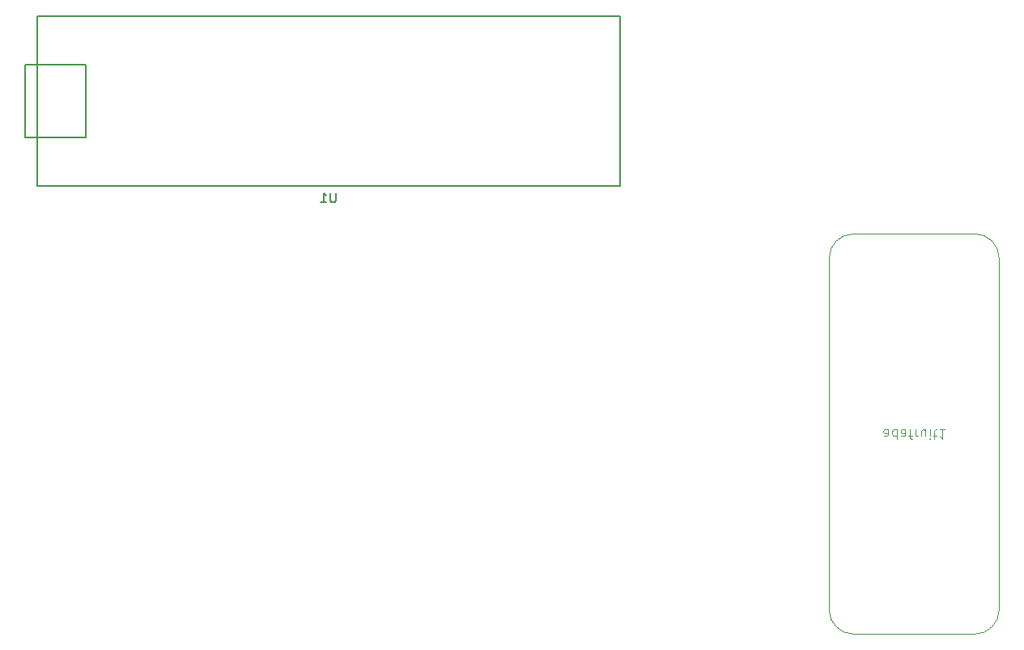
<source format=gbr>
%TF.GenerationSoftware,KiCad,Pcbnew,8.0.6*%
%TF.CreationDate,2024-11-07T12:50:37-05:00*%
%TF.ProjectId,minichord,6d696e69-6368-46f7-9264-2e6b69636164,rev?*%
%TF.SameCoordinates,Original*%
%TF.FileFunction,Legend,Bot*%
%TF.FilePolarity,Positive*%
%FSLAX46Y46*%
G04 Gerber Fmt 4.6, Leading zero omitted, Abs format (unit mm)*
G04 Created by KiCad (PCBNEW 8.0.6) date 2024-11-07 12:50:37*
%MOMM*%
%LPD*%
G01*
G04 APERTURE LIST*
%ADD10C,0.100000*%
%ADD11C,0.150000*%
G04 APERTURE END LIST*
D10*
X151501904Y-101402580D02*
X151501904Y-101926390D01*
X151501904Y-101926390D02*
X151454285Y-102021628D01*
X151454285Y-102021628D02*
X151359047Y-102069247D01*
X151359047Y-102069247D02*
X151168571Y-102069247D01*
X151168571Y-102069247D02*
X151073333Y-102021628D01*
X151501904Y-101450200D02*
X151406666Y-101402580D01*
X151406666Y-101402580D02*
X151168571Y-101402580D01*
X151168571Y-101402580D02*
X151073333Y-101450200D01*
X151073333Y-101450200D02*
X151025714Y-101545438D01*
X151025714Y-101545438D02*
X151025714Y-101640676D01*
X151025714Y-101640676D02*
X151073333Y-101735914D01*
X151073333Y-101735914D02*
X151168571Y-101783533D01*
X151168571Y-101783533D02*
X151406666Y-101783533D01*
X151406666Y-101783533D02*
X151501904Y-101831152D01*
X152406666Y-101402580D02*
X152406666Y-102402580D01*
X152406666Y-101450200D02*
X152311428Y-101402580D01*
X152311428Y-101402580D02*
X152120952Y-101402580D01*
X152120952Y-101402580D02*
X152025714Y-101450200D01*
X152025714Y-101450200D02*
X151978095Y-101497819D01*
X151978095Y-101497819D02*
X151930476Y-101593057D01*
X151930476Y-101593057D02*
X151930476Y-101878771D01*
X151930476Y-101878771D02*
X151978095Y-101974009D01*
X151978095Y-101974009D02*
X152025714Y-102021628D01*
X152025714Y-102021628D02*
X152120952Y-102069247D01*
X152120952Y-102069247D02*
X152311428Y-102069247D01*
X152311428Y-102069247D02*
X152406666Y-102021628D01*
X153311428Y-101402580D02*
X153311428Y-101926390D01*
X153311428Y-101926390D02*
X153263809Y-102021628D01*
X153263809Y-102021628D02*
X153168571Y-102069247D01*
X153168571Y-102069247D02*
X152978095Y-102069247D01*
X152978095Y-102069247D02*
X152882857Y-102021628D01*
X153311428Y-101450200D02*
X153216190Y-101402580D01*
X153216190Y-101402580D02*
X152978095Y-101402580D01*
X152978095Y-101402580D02*
X152882857Y-101450200D01*
X152882857Y-101450200D02*
X152835238Y-101545438D01*
X152835238Y-101545438D02*
X152835238Y-101640676D01*
X152835238Y-101640676D02*
X152882857Y-101735914D01*
X152882857Y-101735914D02*
X152978095Y-101783533D01*
X152978095Y-101783533D02*
X153216190Y-101783533D01*
X153216190Y-101783533D02*
X153311428Y-101831152D01*
X153644762Y-102069247D02*
X154025714Y-102069247D01*
X153787619Y-101402580D02*
X153787619Y-102259723D01*
X153787619Y-102259723D02*
X153835238Y-102354961D01*
X153835238Y-102354961D02*
X153930476Y-102402580D01*
X153930476Y-102402580D02*
X154025714Y-102402580D01*
X154359048Y-101402580D02*
X154359048Y-102069247D01*
X154359048Y-101878771D02*
X154406667Y-101974009D01*
X154406667Y-101974009D02*
X154454286Y-102021628D01*
X154454286Y-102021628D02*
X154549524Y-102069247D01*
X154549524Y-102069247D02*
X154644762Y-102069247D01*
X155406667Y-102069247D02*
X155406667Y-101402580D01*
X154978096Y-102069247D02*
X154978096Y-101545438D01*
X154978096Y-101545438D02*
X155025715Y-101450200D01*
X155025715Y-101450200D02*
X155120953Y-101402580D01*
X155120953Y-101402580D02*
X155263810Y-101402580D01*
X155263810Y-101402580D02*
X155359048Y-101450200D01*
X155359048Y-101450200D02*
X155406667Y-101497819D01*
X155882858Y-101402580D02*
X155882858Y-102069247D01*
X155882858Y-102402580D02*
X155835239Y-102354961D01*
X155835239Y-102354961D02*
X155882858Y-102307342D01*
X155882858Y-102307342D02*
X155930477Y-102354961D01*
X155930477Y-102354961D02*
X155882858Y-102402580D01*
X155882858Y-102402580D02*
X155882858Y-102307342D01*
X156216191Y-102069247D02*
X156597143Y-102069247D01*
X156359048Y-102402580D02*
X156359048Y-101545438D01*
X156359048Y-101545438D02*
X156406667Y-101450200D01*
X156406667Y-101450200D02*
X156501905Y-101402580D01*
X156501905Y-101402580D02*
X156597143Y-101402580D01*
X157454286Y-101402580D02*
X156882858Y-101402580D01*
X157168572Y-101402580D02*
X157168572Y-102402580D01*
X157168572Y-102402580D02*
X157073334Y-102259723D01*
X157073334Y-102259723D02*
X156978096Y-102164485D01*
X156978096Y-102164485D02*
X156882858Y-102116866D01*
D11*
X93761904Y-76614819D02*
X93761904Y-77424342D01*
X93761904Y-77424342D02*
X93714285Y-77519580D01*
X93714285Y-77519580D02*
X93666666Y-77567200D01*
X93666666Y-77567200D02*
X93571428Y-77614819D01*
X93571428Y-77614819D02*
X93380952Y-77614819D01*
X93380952Y-77614819D02*
X93285714Y-77567200D01*
X93285714Y-77567200D02*
X93238095Y-77519580D01*
X93238095Y-77519580D02*
X93190476Y-77424342D01*
X93190476Y-77424342D02*
X93190476Y-76614819D01*
X92190476Y-77614819D02*
X92761904Y-77614819D01*
X92476190Y-77614819D02*
X92476190Y-76614819D01*
X92476190Y-76614819D02*
X92571428Y-76757676D01*
X92571428Y-76757676D02*
X92666666Y-76852914D01*
X92666666Y-76852914D02*
X92761904Y-76900533D01*
D10*
%TO.C,adafruit1*%
X145350000Y-120275000D02*
X145350000Y-83445000D01*
X147890000Y-80905000D02*
X160590000Y-80905000D01*
X160590000Y-122815000D02*
X147890000Y-122815000D01*
X163130000Y-83445000D02*
X163130000Y-120275000D01*
X145350000Y-83445000D02*
G75*
G02*
X147890000Y-80905000I2540001J-1D01*
G01*
X147890000Y-122815000D02*
G75*
G02*
X145350000Y-120275000I1J2540001D01*
G01*
X160590000Y-80905000D02*
G75*
G02*
X163130000Y-83445000I0J-2540000D01*
G01*
X163130000Y-120275000D02*
G75*
G02*
X160590000Y-122815000I-2540000J0D01*
G01*
D11*
%TO.C,U1*%
X61250000Y-63190000D02*
X62520000Y-63190000D01*
X61250000Y-70810000D02*
X61250000Y-63190000D01*
X62520000Y-58110000D02*
X123480000Y-58110000D01*
X62520000Y-63190000D02*
X67600000Y-63190000D01*
X62520000Y-70810000D02*
X61250000Y-70810000D01*
X62520000Y-70810000D02*
X67600000Y-70810000D01*
X62520000Y-75890000D02*
X62520000Y-58110000D01*
X67600000Y-70810000D02*
X67600000Y-63190000D01*
X123480000Y-58110000D02*
X123480000Y-75890000D01*
X123480000Y-75890000D02*
X62520000Y-75890000D01*
%TD*%
M02*

</source>
